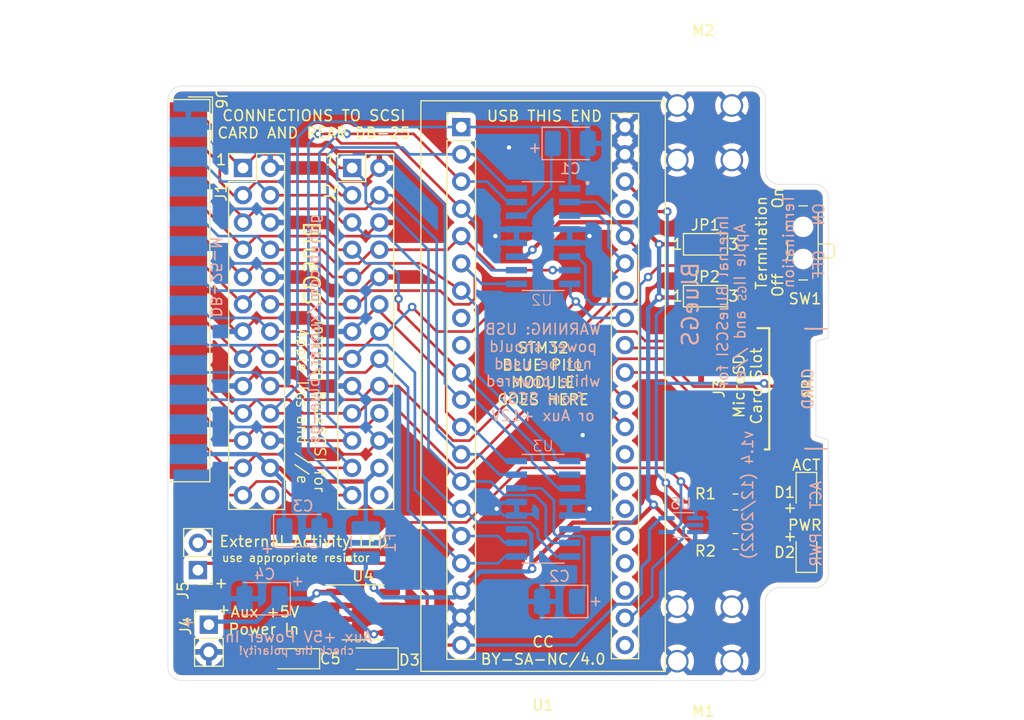
<source format=kicad_pcb>
(kicad_pcb (version 20211014) (generator pcbnew)
  (layers (0 "F.Cu" signal) (31 "B.Cu" signal) (34 "B.Paste" user) (35 "F.Paste" user) (36 "B.SilkS" user "B.Silkscreen") (37 "F.SilkS" user "F.Silkscreen") (38 "B.Mask" user) (39 "F.Mask" user) (44 "Edge.Cuts" user))
  (net 0 "")
  (net 12 "+5V")
  (net 13 "GND")
  (net 14 "/SCSI_DB4")
  (net 15 "/SCSI_DB2")
  (net 16 "/SCSI_DB1")
  (net 17 "/SCSI_DBP")
  (net 18 "/SCSI_SEL")
  (net 19 "/SCSI_ATN")
  (net 20 "/SCSI_C_D")
  (net 21 "/SCSI_DB7")
  (net 22 "/SCSI_DB6")
  (net 23 "/SCSI_DB5")
  (net 24 "/SCSI_DB3")
  (net 25 "/SCSI_DB0")
  (net 26 "/SCSI_BSY")
  (net 27 "/SCSI_ACK")
  (net 28 "/SCSI_RST")
  (net 29 "/SCSI_I_O")
  (net 30 "/SCSI_MSG")
  (net 31 "/SCSI_REQ")
  (net 32 "/SD_MISO")
  (net 33 "/SD_CSK")
  (net 34 "+3V3")
  (net 35 "/SD_MOSI")
  (net 36 "/SD_CS")
  (net 39 "Net-(D2-Pad2)")
  (net 40 "Net-(C1-Pad1)")
  (net 41 "Net-(C2-Pad1)")
  (net 42 "/TERM_DISC")
  (net 43 "Net-(D1-Pad1)")
  (net 44 "/DEBUG_RX")
  (net 45 "/DEBUG_TX")
  (net 46 "/+5V_AUX")
  (net 47 "Net-(C5-Pad1)")
  (net 48 "/TERM_EN")
  (net 49 "/TERM_DIS")
  (net 50 "/DISK_ACT")
  (net 51 "/SCSI_TERMPWR")
  (net 52 "Net-(D1-Pad2)")
  (footprint "my library:YAAJ_BluePill_2" (layer "F.Cu") (at 152.4 50.8)
    (fp_text reference "U1")
    (fp_text value "YAAJ_BluePill" hide)
  )
  (footprint "Button_Switch_SMD:SW_SPDT_PCM12" (layer "F.Cu") (at 183.896 61.595 90)
    (fp_text reference "SW1")
    (fp_text value "SW_SPDT")
  )
  (footprint "Resistor_SMD:R_0805_2012Metric_Pad1.20x1.40mm_HandSolder" (layer "F.Cu") (at 177.927 89.408 180)
    (fp_text reference "R2")
    (fp_text value "1K")
  )
  (footprint "LED_SMD:LED_0805_2012Metric_Pad1.15x1.40mm_HandSolder" (layer "F.Cu") (at 184.531 84.836 -90)
    (fp_text reference "D1")
    (fp_text value "LED")
  )
  (footprint "Jumper:SolderJumper-3_P1.3mm_Open_Pad1.0x1.5mm_NumberLabels" (layer "F.Cu") (at 175.133 66.548)
    (fp_text reference "JP2")
    (fp_text value "Jumper_3_Open")
  )
  (footprint "Jumper:SolderJumper-3_P1.3mm_Open_Pad1.0x1.5mm_NumberLabels" (layer "F.Cu") (at 175.133 61.722)
    (fp_text reference "JP1")
    (fp_text value "Jumper_3_Open")
  )
  (footprint "Resistor_SMD:R_0805_2012Metric_Pad1.20x1.40mm_HandSolder" (layer "F.Cu") (at 177.927 85.725)
    (fp_text reference "R1")
    (fp_text value "100")
  )
  (footprint "Connector_PinHeader_2.54mm:PinHeader_2x13_P2.54mm_Vertical" (layer "F.Cu") (at 132.08 54.61)
    (fp_text reference "J1")
    (fp_text value "Conn_02x13_Odd_Even")
  )
  (footprint "Connector_PinHeader_2.54mm:PinHeader_2x13_P2.54mm_Vertical" (layer "F.Cu") (at 142.24 54.61)
    (fp_text reference "J2")
    (fp_text value "Conn_02x13_Odd_Even")
  )
  (footprint "Connector_PinHeader_2.54mm:PinHeader_1x02_P2.54mm_Vertical" (layer "F.Cu") (at 128.905 97.155)
    (fp_text reference "J4")
    (fp_text value "Conn_01x02_Male")
  )
  (footprint "Connector_PinHeader_2.54mm:PinHeader_1x02_P2.54mm_Vertical" (layer "F.Cu") (at 127.889 92.075 180)
    (fp_text reference "J5")
    (fp_text value "Conn_01x02_Male")
  )
  (footprint "my library:keystone-7774" (layer "F.Cu") (at 180.771 100.561 180)
    (fp_text reference "M1")
    (fp_text value "Screw_Terminal_01x01")
  )
  (footprint "my library:keystone-7774" (layer "F.Cu") (at 180.771 53.871 180)
    (fp_text reference "M2")
    (fp_text value "Screw_Terminal_01x01")
  )
  (footprint "LED_SMD:LED_0805_2012Metric_Pad1.15x1.40mm_HandSolder" (layer "F.Cu") (at 184.531 90.424 90)
    (fp_text reference "D2")
    (fp_text value "LED")
  )
  (footprint "Molex 105162-0001:105162-0001" (layer "F.Cu") (at 174.625 75.184 90)
    (fp_text reference "J3")
    (fp_text value "105162-0001")
  )
  (footprint "Connector_Dsub:DSUB-25_Male_EdgeMount_P2.77mm" (layer "F.Cu") (at 127 66.04 -90)
    (fp_text reference "J6")
    (fp_text value "DB25_Male")
  )
  (footprint "Diode_SMD:D_SOD-123" (layer "F.Cu") (at 144.272 100.33 180)
    (fp_text reference "D3")
    (fp_text value "Zener 5.6v")
  )
  (footprint "Capacitor_Tantalum_SMD:CP_EIA-3216-10_Kemet-I" (layer "F.Cu") (at 136.906 100.33 180)
    (fp_text reference "C5")
    (fp_text value "0.1uF")
  )
  (footprint "Package_SO:SOIC-8_3.9x4.9mm_P1.27mm" (layer "F.Cu") (at 143.256 96.012)
    (fp_text reference "U4")
    (fp_text value "UCC3916")
  )
  (footprint "Capacitor_Tantalum_SMD:CP_EIA-3528-21_Kemet-B_Pad1.50x2.35mm_HandSolder" (layer "B.Cu") (at 162.56 52.324)
    (fp_text reference "C1")
    (fp_text value "2.2uF, 6.3v")
  )
  (footprint "my library:SOIC127P600X175-16N" (layer "B.Cu") (at 160.02 86.36 180)
    (fp_text reference "U3")
    (fp_text value "UC560x, UCC56xx")
  )
  (footprint "Capacitor_Tantalum_SMD:CP_EIA-3528-21_Kemet-B_Pad1.50x2.35mm_HandSolder" (layer "B.Cu") (at 137.567 88.392)
    (fp_text reference "C3")
    (fp_text value "4.7uF, 6.3v")
  )
  (footprint "Capacitor_Tantalum_SMD:CP_EIA-3528-21_Kemet-B_Pad1.50x2.35mm_HandSolder" (layer "B.Cu") (at 161.544 94.996 180)
    (fp_text reference "C2")
    (fp_text value "2.2uF, 6.3v")
  )
  (footprint "my library:SOIC127P600X175-16N" (layer "B.Cu") (at 160.02 60.96 180)
    (fp_text reference "U2")
    (fp_text value "UC560x, UCC56xx")
  )
  (footprint "Fuse:Fuse_1210_3225Metric" (layer "B.Cu") (at 143.51 89.535 90)
    (fp_text reference "F1")
    (fp_text value "Fuse")
  )
  (footprint "Package_TO_SOT_SMD:SOT-353_SC-70-5_Handsoldering" (layer "B.Cu") (at 172.847 87.884 180)
    (fp_text reference "U5")
    (fp_text value "NL17SZ07DFT2G")
  )
  (footprint "Capacitor_Tantalum_SMD:CP_EIA-3528-21_Kemet-B_Pad1.50x2.35mm_HandSolder" (layer "B.Cu") (at 133.858 94.742 180)
    (fp_text reference "C4")
    (fp_text value "1uF")
  )
  (gr_line (start 184.404 69.596) (end 186.436 69.596) (layer "B.SilkS") (width 0.15))
  (gr_line (start 184.404 80.772) (end 186.436 80.772) (layer "B.SilkS") (width 0.15))
  (gr_line (start 184.404 80.772) (end 186.436 80.772) (layer "F.SilkS") (width 0.15))
  (gr_line (start 184.404 69.596) (end 186.436 69.596) (layer "F.SilkS") (width 0.15))
  (gr_line (start 186.563 79.9465) (end 186.563 92.456) (layer "Edge.Cuts") (width 0.05))
  (gr_line (start 125.095 101.092) (end 125.095 48.26) (layer "Edge.Cuts") (width 0.05))
  (gr_line (start 181.991 56.134) (end 185.293 56.134) (layer "Edge.Cuts") (width 0.05))
  (gr_line (start 180.721 94.996) (end 180.721 101.092) (layer "Edge.Cuts") (width 0.05))
  (gr_arc (start 185.293 56.134) (mid 186.191026 56.505974) (end 186.563 57.404) (layer "Edge.Cuts") (width 0.05))
  (gr_arc (start 186.563 92.456) (mid 186.191026 93.354026) (end 185.293 93.726) (layer "Edge.Cuts") (width 0.05))
  (gr_arc (start 181.991 56.134) (mid 181.092974 55.762026) (end 180.721 54.864) (layer "Edge.Cuts") (width 0.05))
  (gr_line (start 180.721 48.26) (end 180.721 54.864) (layer "Edge.Cuts") (width 0.05))
  (gr_arc (start 180.721 94.996) (mid 181.092974 94.097974) (end 181.991 93.726) (layer "Edge.Cuts") (width 0.05))
  (gr_line (start 181.991 93.726) (end 185.293 93.726) (layer "Edge.Cuts") (width 0.05))
  (gr_line (start 126.365 46.99) (end 179.451 46.99) (layer "Edge.Cuts") (width 0.05))
  (gr_line (start 179.451 102.362) (end 126.365 102.362) (layer "Edge.Cuts") (width 0.05))
  (gr_arc (start 126.365 102.362) (mid 125.466974 101.990026) (end 125.095 101.092) (layer "Edge.Cuts") (width 0.05))
  (gr_line (start 185.42 70.7644) (end 185.42 79.5655) (layer "Edge.Cuts") (width 0.05))
  (gr_arc (start 180.721 101.092) (mid 180.349026 101.990026) (end 179.451 102.362) (layer "Edge.Cuts") (width 0.05))
  (gr_arc (start 125.095 48.26) (mid 125.466974 47.361974) (end 126.365 46.99) (layer "Edge.Cuts") (width 0.05))
  (gr_line (start 186.563 57.404) (end 186.563 70.4596) (layer "Edge.Cuts") (width 0.05))
  (gr_line (start 185.42 70.7644) (end 186.563 70.4596) (layer "Edge.Cuts") (width 0.05))
  (gr_arc (start 179.451 46.99) (mid 180.349026 47.361974) (end 180.721 48.26) (layer "Edge.Cuts") (width 0.05))
  (gr_line (start 186.563 79.9465) (end 185.42 79.5655) (layer "Edge.Cuts") (width 0.05))
  (gr_text "ACT" (at 185.42 85.09 90) (layer "B.SilkS") (effects (font (size 1 1)) (justify mirror)))
  (gr_text "PWR" (at 185.42 90.17 90) (layer "B.SilkS") (effects (font (size 1 1)) (justify mirror)))
  (gr_text "ON   OFF" (at 185.674 61.468 90) (layer "B.SilkS") (effects (font (size 1 1)) (justify mirror)))
  (gr_text "github.com/xunker/blue-gs" (at 138.684 69.596 90) (layer "B.SilkS") (effects (font (size 1 1)) (justify mirror)))
  (gr_text "Internal BlueSCSI for\nApple II   and //e" (at 177.546 67.056 90) (layer "B.SilkS") (effects (font (size 1 1)) (justify mirror)))
  (gr_text "+" (at 134.366 90.17 -180) (layer "B.SilkS") (effects (font (size 1 1)) (justify mirror)))
  (gr_text "CARD" (at 184.658 75.184 90) (layer "B.SilkS") (effects (font (size 1 1)) (justify mirror)))
  (gr_text "Termination" (at 182.88 61.468 90) (layer "B.SilkS") (effects (font (size 1 1)) (justify mirror)))
  (gr_text "+" (at 137.16 93.218 -180) (layer "B.SilkS") (effects (font (size 1 1)) (justify mirror)))
  (gr_text "BlueGS" (at 173.736 67.31 90) (layer "B.SilkS") (effects (font (size 1.5 1.5) (thickness 0.2)) (justify mirror)))
  (gr_text "check the polarity!" (at 142.494 99.568) (layer "B.SilkS") (effects (font (size 0.75 0.75) (thickness 0.125)) (justify left mirror)))
  (gr_text "Aux +5V Power In" (at 130.302 98.298) (layer "B.SilkS") (effects (font (size 1 1)) (justify right mirror)))
  (gr_text "DB-25-M" (at 129.54 64.77 270) (layer "B.SilkS") (effects (font (size 1 1)) (justify mirror)))
  (gr_text "+" (at 159.258 52.705) (layer "B.SilkS") (effects (font (size 1 1)) (justify mirror)))
  (gr_text "+" (at 164.846 94.996 90) (layer "B.SilkS") (effects (font (size 1 1)) (justify mirror)))
  (gr_text "+" (at 127 97.028 -180) (layer "B.SilkS") (effects (font (size 1 1)) (justify mirror)))
  (gr_text "GS" (at 178.562 66.294 -270) (layer "B.SilkS") (effects (font (size 0.75 0.75) (thickness 0.125)) (justify mirror)))
  (gr_text "WARNING: USB\npower should\nnot be used\nwhile powered\nfrom SCSI\nor Aux +12V" (at 160.02 73.66) (layer "B.SilkS") (effects (font (size 1 1)) (justify mirror)))
  (gr_text "v1.4 (12/2022)" (at 179.07 85.09 90) (layer "B.SilkS") (effects (font (size 1 1)) (justify mirror)))
  (gr_text "Aux +5V\nPower In" (at 137.414 96.774) (layer "F.SilkS") (effects (font (size 1 1)) (justify right)))
  (gr_text "BlueGS" (at 138.43 63.5 270) (layer "F.SilkS") (effects (font (size 1.5 1.5) (thickness 0.2))))
  (gr_text "+" (at 130.048 93.405 180) (layer "F.SilkS") (effects (font (size 1 1))))
  (gr_text "Internal BlueSCSI for\nApple II   and //e\n" (at 138.43 76.835 270) (layer "F.SilkS") (effects (font (size 1 1) (thickness 0.125))))
  (gr_text "PWR" (at 186.055 87.884) (layer "F.SilkS") (effects (font (size 1 1)) (justify right)))
  (gr_text "External Activity LED" (at 129.794 89.408) (layer "F.SilkS") (effects (font (size 1 1)) (justify left)))
  (gr_text "+" (at 183.007 88.9) (layer "F.SilkS") (effects (font (size 1 1))))
  (gr_text "MicroSD\nCard Slot" (at 179.07 74.93 90) (layer "F.SilkS") (effects (font (size 1 1))))
  (gr_text "CARD" (at 184.658 75.184 90) (layer "F.SilkS") (effects (font (size 1 1))))
  (gr_text "CONNECTIONS TO SCSI\nCARD AND REAR DB-25" (at 138.684 50.546) (layer "F.SilkS") (effects (font (size 1 1))))
  (gr_text "On" (at 181.864 57.404 90) (layer "F.SilkS") (effects (font (size 1 1))))
  (gr_text "Termination" (at 180.34 61.595 90) (layer "F.SilkS") (effects (font (size 1 1))))
  (gr_text "STM32\nBLUE PILL\nMODULE\nGOES HERE" (at 160.02 73.787) (layer "F.SilkS") (effects (font (size 1 1))))
  (gr_text "USB THIS END" (at 160.147 49.784) (layer "F.SilkS") (effects (font (size 1 1))))
  (gr_text "CC\nBY-SA-NC/4.0" (at 160.02 99.568) (layer "F.SilkS") (effects (font (size 1 1))))
  (gr_text "use appropriate resistor" (at 130.048 90.932) (layer "F.SilkS") (effects (font (size 0.75 0.75) (thickness 0.125)) (justify left)))
  (gr_text "+" (at 130.302 95.885 180) (layer "F.SilkS") (effects (font (size 1 1))))
  (gr_text "+" (at 183.007 86.233) (layer "F.SilkS") (effects (font (size 1 1))))
  (gr_text "1" (at 130.048 53.848) (layer "F.SilkS") (effects (font (size 1 1))))
  (gr_text "GS" (at 137.414 76.2 270) (layer "F.SilkS") (effects (font (size 0.75 0.75) (thickness 0.125))))
  (gr_text "ACT" (at 185.928 82.296) (layer "F.SilkS") (effects (font (size 1 1)) (justify right)))
  (gr_text "1" (at 140.208 53.848) (layer "F.SilkS") (effects (font (size 1 1))))
  (gr_text "Off" (at 181.864 65.532 90) (layer "F.SilkS") (effects (font (size 1 1))))
  (segment (start 162.793511 87.650489) (end 168.635511 87.650489) (width 0.4) (layer "F.Cu") (net 12))
  (segment (start 173.736 89.408) (end 170.307 85.979) (width 0.4) (layer "F.Cu") (net 12))
  (segment (start 159.02532 62.233641) (end 161.58796 59.671001) (width 0.4) (layer "F.Cu") (net 12))
  (segment (start 144.653 94.107) (end 145.731 94.107) (width 0.4) (layer "F.Cu") (net 12))
  (segment (start 176.927 89.408) (end 173.736 89.408) (width 0.4) (layer "F.Cu") (net 12))
  (segment (start 161.58796 59.671001) (end 168.764001 59.671001) (width 0.4) (layer "F.Cu") (net 12))
  (segment (start 168.635511 87.650489) (end 170.307 85.979) (width 0.4) (layer "F.Cu") (net 12))
  (segment (start 159.004 91.44) (end 162.793511 87.650489) (width 0.4) (layer "F.Cu") (net 12))
  (segment (start 168.764001 59.671001) (end 170.815 61.722) (width 0.4) (layer "F.Cu") (net 12))
  (segment (start 144.272 93.726) (end 144.653 94.107) (width 0.4) (layer "F.Cu") (net 12))
  (segment (start 173.579 66.675) (end 170.814998 66.675) (width 0.4) (layer "F.Cu") (net 12))
  (segment (start 173.833 61.722) (end 170.815 61.722) (width 0.4) (layer "F.Cu") (net 12))
  (segment (start 159.004 91.948) (end 159.004 91.44) (width 0.4) (layer "F.Cu") (net 12))
  (segment (start 173.833 66.421) (end 173.579 66.675) (width 0.4) (layer "F.Cu") (net 12))
  (via (at 144.272 93.726) (size 0.8) (drill 0.4) (layers "F.Cu" "B.Cu") (net 12))
  (via (at 170.815 61.722) (size 0.8) (drill 0.4) (layers "F.Cu" "B.Cu") (net 12))
  (via (at 170.307 85.979) (size 0.8) (drill 0.4) (layers "F.Cu" "B.Cu") (net 12))
  (via (at 159.02532 62.233641) (size 0.8) (drill 0.4) (layers "F.Cu" "B.Cu") (net 12))
  (via (at 159.004 91.948) (size 0.8) (drill 0.4) (layers "F.Cu" "B.Cu") (net 12))
  (via (at 170.814998 66.675) (size 0.8) (drill 0.4) (layers "F.Cu" "B.Cu") (net 12))
  (segment (start 158.4265 88.265) (end 157.545 88.265) (width 0.4) (layer "B.Cu") (net 12))
  (segment (start 159.004 91.948) (end 158.929511 91.873511) (width 0.4) (layer "B.Cu") (net 12))
  (segment (start 157.545 62.865) (end 158.393961 62.865) (width 0.4) (layer "B.Cu") (net 12))
  (segment (start 154.178 92.202) (end 152.4 93.98) (width 0.4) (layer "B.Cu") (net 12))
  (segment (start 144.272 93.726) (end 145.161 94.615) (width 0.4) (layer "B.Cu") (net 12))
  (segment (start 151.765 94.615) (end 152.4 93.98) (width 0.4) (layer "B.Cu") (net 12))
  (segment (start 143.51 92.964) (end 143.51 90.935) (width 0.4) (layer "B.Cu") (net 12))
  (segment (start 144.272 93.726) (end 143.51 92.964) (width 0.4) (layer "B.Cu") (net 12))
  (segment (start 169.799 85.471) (end 170.307 85.979) (width 0.4) (layer "B.Cu") (net 12))
  (segment (start 158.393961 62.865) (end 159.02532 62.233641) (width 0.4) (layer "B.Cu") (net 12))
  (segment (start 158.929511 88.768011) (end 158.4265 88.265) (width 0.4) (layer "B.Cu") (net 12))
  (segment (start 170.814998 61.722002) (end 170.815 61.722) (width 0.4) (layer "B.Cu") (net 12))
  (segment (start 158.929511 91.873511) (end 158.929511 88.768011) (width 0.4) (layer "B.Cu") (net 12))
  (segment (start 158.75 92.202) (end 154.178 92.202) (width 0.4) (layer "B.Cu") (net 12))
  (segment (start 145.161 94.615) (end 151.765 94.615) (width 0.4) (layer "B.Cu") (net 12))
  (segment (start 169.799 67.690998) (end 169.799 85.471) (width 0.4) (layer "B.Cu") (net 12))
  (segment (start 170.814998 66.675) (end 170.814998 61.722002) (width 0.4) (layer "B.Cu") (net 12))
  (segment (start 170.814998 66.675) (end 169.799 67.690998) (width 0.4) (layer "B.Cu") (net 12))
  (segment (start 159.004 91.948) (end 158.75 92.202) (width 0.4) (layer "B.Cu") (net 12))
  (segment (start 134.62 64.77) (end 138.938 64.77) (width 0.25) (layer "F.Cu") (net 13))
  (segment (start 143.002 66.04) (end 144.272 64.77) (width 0.25) (layer "F.Cu") (net 13))
  (segment (start 138.938 64.77) (end 140.208 66.04) (width 0.25) (layer "F.Cu") (net 13))
  (segment (start 140.208 66.04) (end 143.002 66.04) (width 0.25) (layer "F.Cu") (net 13))
  (segment (start 144.272 64.77) (end 144.78 64.77) (width 0.25) (layer "F.Cu") (net 13))
  (segment (start 134.62 54.61) (end 139.954 54.61) (width 0.25) (layer "F.Cu") (net 13))
  (segment (start 139.954 54.61) (end 141.224 55.88) (width 0.25) (layer "F.Cu") (net 13))
  (segment (start 141.224 55.88) (end 143.51 55.88) (width 0.25) (layer "F.Cu") (net 13))
  (segment (start 143.51 55.88) (end 144.78 54.61) (width 0.25) (layer "F.Cu") (net 13))
  (segment (start 132.08 69.85) (end 133.35 68.58) (width 0.25) (layer "F.Cu") (net 13))
  (segment (start 138.176 68.58) (end 139.446 69.85) (width 0.25) (layer "F.Cu") (net 13))
  (segment (start 133.35 68.58) (end 138.176 68.58) (width 0.25) (layer "F.Cu") (net 13))
  (segment (start 139.446 69.85) (end 142.24 69.85) (width 0.25) (layer "F.Cu") (net 13))
  (segment (start 142.24 74.93) (end 138.176 74.93) (width 0.25) (layer "F.Cu") (net 13))
  (segment (start 138.176 74.93) (end 136.906 73.66) (width 0.25) (layer "F.Cu") (net 13))
  (segment (start 136.906 73.66) (end 133.35 73.66) (width 0.25) (layer "F.Cu") (net 13))
  (segment (start 133.35 73.66) (end 132.08 74.93) (width 0.25) (layer "F.Cu") (net 13))
  (segment (start 134.62 80.01) (end 135.636 80.01) (width 0.25) (layer "F.Cu") (net 13))
  (segment (start 135.636 80.01) (end 136.906 81.28) (width 0.25) (layer "F.Cu") (net 13))
  (segment (start 136.906 81.28) (end 143.51 81.28) (width 0.25) (layer "F.Cu") (net 13))
  (segment (start 143.51 81.28) (end 144.78 80.01) (width 0.25) (layer "F.Cu") (net 13))
  (segment (start 134.62 59.69) (end 139.954 59.69) (width 0.25) (layer "F.Cu") (net 13))
  (segment (start 141.224 60.96) (end 143.51 60.96) (width 0.25) (layer "F.Cu") (net 13))
  (segment (start 139.954 59.69) (end 141.224 60.96) (width 0.25) (layer "F.Cu") (net 13))
  (segment (start 143.51 60.96) (end 144.78 59.69) (width 0.25) (layer "F.Cu") (net 13))
  (segment (start 131.445 69.85) (end 130.175 68.58) (width 0.25) (layer "F.Cu") (net 13))
  (segment (start 130.175 68.58) (end 130.175 67.31) (width 0.25) (layer "F.Cu") (net 13))
  (segment (start 130.175 67.31) (end 128.905 66.04) (width 0.25) (layer "F.Cu") (net 13))
  (segment (start 132.08 69.85) (end 131.445 69.85) (width 0.25) (layer "F.Cu") (net 13))
  (segment (start 128.905 66.04) (end 127 66.04) (width 0.25) (layer "F.Cu") (net 13))
  (via (at 164.338 86.36) (size 0.8) (drill 0.4) (layers "F.Cu" "B.Cu") (net 13))
  (via (at 156.845 52.705) (size 0.8) (drill 0.4) (layers "F.Cu" "B.Cu") (net 13))
  (via (at 164.338 60.96) (size 0.8) (drill 0.4) (layers "F.Cu" "B.Cu") (net 13))
  (via (at 155.575 60.96) (size 0.8) (drill 0.4) (layers "F.Cu" "B.Cu") (net 13))
  (via (at 155.702 86.36) (size 0.8) (drill 0.4) (layers "F.Cu" "B.Cu") (net 13))
  (via (at 163.703 79.502) (size 0.8) (drill 0.4) (layers "F.Cu" "B.Cu") (net 13))
  (segment (start 142.24 74.93) (end 143.51 76.2) (width 0.25) (layer "B.Cu") (net 13))
  (segment (start 143.51 76.2) (end 143.51 78.74) (width 0.25) (layer "B.Cu") (net 13))
  (segment (start 143.51 78.74) (end 144.78 80.01) (width 0.25) (layer "B.Cu") (net 13))
  (segment (start 144.78 64.77) (end 143.51 66.04) (width 0.25) (layer "B.Cu") (net 13))
  (segment (start 143.51 66.04) (end 143.51 68.58) (width 0.25) (layer "B.Cu") (net 13))
  (segment (start 134.62 80.01) (end 133.35 78.74) (width 0.25) (layer "B.Cu") (net 13))
  (segment (start 143.51 68.58) (end 143.4465 68.6435) (width 0.25) (layer "B.Cu") (net 13))
  (segment (start 157.545 60.325) (end 162.495 60.325) (width 0.25) (layer "B.Cu") (net 13))
  (segment (start 130.175 78.74) (end 129.94 78.505) (width 0.25) (layer "B.Cu") (net 13))
  (segment (start 129.54 62.23) (end 127.345 62.23) (width 0.25) (layer "B.Cu") (net 13))
  (segment (start 127.345 62.23) (end 127 61.885) (width 0.25) (layer "B.Cu") (net 13))
  (segment (start 130.175 58.42) (end 130.175 57.15) (width 0.25) (layer "B.Cu") (net 13))
  (segment (start 134.62 59.69) (end 133.35 58.42) (width 0.25) (layer "B.Cu") (net 13))
  (segment (start 156.337 85.725) (end 157.545 85.725) (width 0.25) (layer "B.Cu") (net 13))
  (segment (start 156.337 86.995) (end 157.545 86.995) (width 0.25) (layer "B.Cu") (net 13))
  (segment (start 143.4465 68.6435) (end 142.24 69.85) (width 0.25) (layer "B.Cu") (net 13))
  (segment (start 133.35 78.74) (end 130.175 78.74) (width 0.25) (layer "B.Cu") (net 13))
  (segment (start 134.62 64.77) (end 133.35 63.5) (width 0.25) (layer "B.Cu") (net 13))
  (segment (start 130.175 57.15) (end 129.37 56.345) (width 0.25) (layer "B.Cu") (net 13))
  (segment (start 157.545 85.725) (end 157.545 86.995) (width 0.25) (layer "B.Cu") (net 13))
  (segment (start 155.702 86.36) (end 156.337 85.725) (width 0.25) (layer "B.Cu") (net 13))
  (segment (start 129.37 56.345) (end 127 56.345) (width 0.25) (layer "B.Cu") (net 13))
  (segment (start 130.81 63.5) (end 129.54 62.23) (width 0.25) (layer "B.Cu") (net 13))
  (segment (start 174.197 93.745) (end 172.461 95.481) (width 0.25) (layer "B.Cu") (net 13))
  (segment (start 133.35 63.5) (end 130.81 63.5) (width 0.25) (layer "B.Cu") (net 13))
  (segment (start 129.94 78.505) (end 127 78.505) (width 0.25) (layer "B.Cu") (net 13))
  (segment (start 133.35 58.42) (end 130.175 58.42) (width 0.25) (layer "B.Cu") (net 13))
  (segment (start 174.197 88.58) (end 174.197 93.745) (width 0.25) (layer "B.Cu") (net 13))
  (segment (start 155.702 86.36) (end 156.337 86.995) (width 0.25) (layer "B.Cu") (net 13))
  (segment (start 134.62 77.47) (end 136.144 77.47) (width 0.25) (layer "F.Cu") (net 14))
  (segment (start 136.144 77.47) (end 137.414 78.74) (width 0.25) (layer "F.Cu") (net 14))
  (segment (start 137.414 78.74) (end 143.51 78.74) (width 0.25) (layer "F.Cu") (net 14))
  (segment (start 143.51 78.74) (end 144.78 77.47) (width 0.25) (layer "F.Cu") (net 14))
  (segment (start 142.77975 50.8) (end 152.4 50.8) (width 0.25) (layer "B.Cu") (net 14))
  (segment (start 127.465 76.2) (end 133.35 76.2) (width 0.25) (layer "B.Cu") (net 14))
  (segment (start 134.62 77.47) (end 137.16 74.93) (width 0.25) (layer "B.Cu") (net 14))
  (segment (start 152.4 50.8) (end 162.052 50.8) (width 0.25) (layer "B.Cu") (net 14))
  (segment (start 138.626998 50.292) (end 142.27175 50.292) (width 0.25) (layer "B.Cu") (net 14))
  (segment (start 162.495 51.243) (end 162.495 56.515) (width 0.25) (layer "B.Cu") (net 14))
  (segment (start 137.16 74.93) (end 137.16 51.758998) (width 0.25) (layer "B.Cu") (net 14))
  (segment (start 127 75.735) (end 127.465 76.2) (width 0.25) (layer "B.Cu") (net 14))
  (segment (start 162.052 50.8) (end 162.495 51.243) (width 0.25) (layer "B.Cu") (net 14))
  (segment (start 133.35 76.2) (end 134.62 77.47) (width 0.25) (layer "B.Cu") (net 14))
  (segment (start 137.16 51.758998) (end 138.626998 50.292) (width 0.25) (layer "B.Cu") (net 14))
  (segment (start 142.27175 50.292) (end 142.77975 50.8) (width 0.25) (layer "B.Cu") (net 14))
  (segment (start 136.62025 74.93) (end 137.89025 76.2) (width 0.25) (layer "F.Cu") (net 15))
  (segment (start 144.272 74.93) (end 144.78 74.93) (width 0.25) (layer "F.Cu") (net 15))
  (segment (start 137.89025 76.2) (end 143.002 76.2) (width 0.25) (layer "F.Cu") (net 15))
  (segment (start 134.62 74.93) (end 136.62025 74.93) (width 0.25) (layer "F.Cu") (net 15))
  (segment (start 143.002 76.2) (end 144.272 74.93) (width 0.25) (layer "F.Cu") (net 15))
  (segment (start 166.116 67.056) (end 166.116 65.024) (width 0.25) (layer "F.Cu") (net 15))
  (segment (start 151.638 80.01) (end 153.162 80.01) (width 0.25) (layer "F.Cu") (net 15))
  (segment (start 144.78 74.93) (end 146.558 74.93) (width 0.25) (layer "F.Cu") (net 15))
  (segment (start 166.116 65.024) (end 167.64 63.5) (width 0.25) (layer "F.Cu") (net 15))
  (segment (start 146.558 74.93) (end 151.638 80.01) (width 0.25) (layer "F.Cu") (net 15))
  (segment (start 153.162 80.01) (end 166.116 67.056) (width 0.25) (layer "F.Cu") (net 15))
  (segment (start 166.116 59.944) (end 166.116 61.976) (width 0.25) (layer "B.Cu") (net 15))
  (segment (start 127 72.965) (end 127.695 73.66) (width 0.25) (layer "B.Cu") (net 15))
  (segment (start 162.495 59.055) (end 165.227 59.055) (width 0.25) (layer "B.Cu") (net 15))
  (segment (start 133.35 73.66) (end 134.62 74.93) (width 0.25) (layer "B.Cu") (net 15))
  (segment (start 165.227 59.055) (end 166.116 59.944) (width 0.25) (layer "B.Cu") (net 15))
  (segment (start 166.116 61.976) (end 167.64 63.5) (width 0.25) (layer "B.Cu") (net 15))
  (segment (start 127.695 73.66) (end 133.35 73.66) (width 0.25) (layer "B.Cu") (net 15))
  (segment (start 137.16 72.39) (end 138.43 73.66) (width 0.25) (layer "F.Cu") (net 16))
  (segment (start 138.43 73.66) (end 143.51 73.66) (width 0.25) (layer "F.Cu") (net 16))
  (segment (start 134.62 72.39) (end 137.16 72.39) (width 0.25) (layer "F.Cu") (net 16))
  (segment (start 143.51 73.66) (end 144.78 72.39) (width 0.25) (layer "F.Cu") (net 16))
  (segment (start 144.78 72.39) (end 147.447 75.057) (width 0.25) (layer "B.Cu") (net 16))
  (segment (start 156.464 90.805) (end 157.545 90.805) (width 0.25) (layer "B.Cu") (net 16))
  (segment (start 147.447 86.487) (end 152.4 91.44) (width 0.25) (layer "B.Cu") (net 16))
  (segment (start 152.4 91.44) (end 155.829 91.44) (width 0.25) (layer "B.Cu") (net 16))
  (segment (start 128.778 71.12) (end 133.35 71.12) (width 0.25) (layer "B.Cu") (net 16))
  (segment (start 147.447 75.057) (end 147.447 86.487) (width 0.25) (layer "B.Cu") (net 16))
  (segment (start 133.35 71.12) (end 134.62 72.39) (width 0.25) (layer "B.Cu") (net 16))
  (segment (start 127 70.195) (end 127.853 70.195) (width 0.25) (layer "B.Cu") (net 16))
  (segment (start 127.853 70.195) (end 128.778 71.12) (width 0.25) (layer "B.Cu") (net 16))
  (segment (start 155.829 91.44) (end 156.464 90.805) (width 0.25) (layer "B.Cu") (net 16))
  (segment (start 143.51 71.12) (end 144.78 69.85) (width 0.25) (layer "F.Cu") (net 17))
  (segment (start 134.62 69.85) (end 137.922 69.85) (width 0.25) (layer "F.Cu") (net 17))
  (segment (start 137.922 69.85) (end 139.192 71.12) (width 0.25) (layer "F.Cu") (net 17))
  (segment (start 139.192 71.12) (end 143.51 71.12) (width 0.25) (layer "F.Cu") (net 17))
  (segment (start 155.448 67.818) (end 153.416 69.85) (width 0.25) (layer "F.Cu") (net 17))
  (segment (start 153.416 69.85) (end 150.114 69.85) (width 0.25) (layer "F.Cu") (net 17))
  (segment (start 162.306 67.818) (end 155.448 67.818) (width 0.25) (layer "F.Cu") (net 17))
  (segment (start 150.114 69.85) (end 147.828 67.564) (width 0.25) (layer "F.Cu") (net 17))
  (segment (start 163.068 67.056) (end 162.306 67.818) (width 0.25) (layer "F.Cu") (net 17))
  (via (at 163.068 67.056) (size 0.8) (drill 0.4) (layers "F.Cu" "B.Cu") (net 17))
  (via (at 147.828 67.564) (size 0.8) (drill 0.4) (layers "F.Cu" "B.Cu") (net 17))
  (segment (start 129.038 68.58) (end 133.35 68.58) (width 0.25) (layer "B.Cu") (net 17))
  (segment (start 147.828 67.564) (end 145.542 69.85) (width 0.25) (layer "B.Cu") (net 17))
  (segment (start 127.883 67.425) (end 129.038 68.58) (width 0.25) (layer "B.Cu") (net 17))
  (segment (start 163.068 67.056) (end 164.592 68.58) (width 0.25) (layer "B.Cu") (net 17))
  (segment (start 145.542 69.85) (end 144.78 69.85) (width 0.25) (layer "B.Cu") (net 17))
  (segment (start 163.068 67.056) (end 162.56 66.548) (width 0.25) (layer "B.Cu") (net 17))
  (segment (start 127 67.425) (end 127.883 67.425) (width 0.25) (layer "B.Cu") (net 17))
  (segment (start 133.35 68.58) (end 134.62 69.85) (width 0.25) (layer "B.Cu") (net 17))
  (segment (start 164.592 68.58) (end 167.64 68.58) (width 0.25) (layer "B.Cu") (net 17))
  (segment (start 162.56 66.548) (end 162.56 65.532) (width 0.25) (layer "B.Cu") (net 17))
  (segment (start 134.62 67.31) (end 138.43 67.31) (width 0.25) (layer "F.Cu") (net 18))
  (segment (start 138.43 67.31) (end 139.7 68.58) (width 0.25) (layer "F.Cu") (net 18))
  (segment (start 139.7 68.58) (end 143.51 68.58) (width 0.25) (layer "F.Cu") (net 18))
  (segment (start 143.51 68.58) (end 144.78 67.31) (width 0.25) (layer "F.Cu") (net 18))
  (segment (start 151.003 74.168) (end 151.003 77.343) (width 0.25) (layer "F.Cu") (net 18))
  (segment (start 144.78 67.31) (end 144.78 67.945) (width 0.25) (layer "F.Cu") (net 18))
  (segment (start 151.003 77.343) (end 152.4 78.74) (width 0.25) (layer "F.Cu") (net 18))
  (segment (start 144.78 67.945) (end 151.003 74.168) (width 0.25) (layer "F.Cu") (net 18))
  (segment (start 153.385 78.74) (end 156.56 81.915) (width 0.25) (layer "B.Cu") (net 18))
  (segment (start 156.56 81.915) (end 157.545 81.915) (width 0.25) (layer "B.Cu") (net 18))
  (segment (start 127.901 64.655) (end 129.286 66.04) (width 0.25) (layer "B.Cu") (net 18))
  (segment (start 133.35 66.04) (end 134.62 67.31) (width 0.25) (layer "B.Cu") (net 18))
  (segment (start 129.286 66.04) (end 133.35 66.04) (width 0.25) (layer "B.Cu") (net 18))
  (segment (start 152.4 78.74) (end 153.385 78.74) (width 0.25) (layer "B.Cu") (net 18))
  (segment (start 127 64.655) (end 127.901 64.655) (width 0.25) (layer "B.Cu") (net 18))
  (segment (start 144.14359 62.23) (end 144.78 62.23) (width 0.25) (layer "F.Cu") (net 19))
  (segment (start 140.716 63.5) (end 142.87359 63.5) (width 0.25) (layer "F.Cu") (net 19))
  (segment (start 134.62 62.23) (end 139.446 62.23) (width 0.25) (layer "F.Cu") (net 19))
  (segment (start 139.446 62.23) (end 140.716 63.5) (width 0.25) (layer "F.Cu") (net 19))
  (segment (start 142.87359 63.5) (end 144.14359 62.23) (width 0.25) (layer "F.Cu") (net 19))
  (segment (start 144.78 62.23) (end 151.13 62.23) (width 0.25) (layer "F.Cu") (net 19))
  (segment (start 152.4 60.96) (end 155.575 64.135) (width 0.25) (layer "F.Cu") (net 19))
  (segment (start 155.575 64.135) (end 160.909 64.135) (width 0.25) (layer "F.Cu") (net 19))
  (segment (start 151.13 62.23) (end 152.4 60.96) (width 0.25) (layer "F.Cu") (net 19))
  (via (at 160.909 64.135) (size 0.8) (drill 0.4) (layers "F.Cu" "B.Cu") (net 19))
  (segment (start 162.495 64.135) (end 160.909 64.135) (width 0.25) (layer "B.Cu") (net 19))
  (segment (start 133.35 60.96) (end 134.62 62.23) (width 0.25) (layer "B.Cu") (net 19))
  (segment (start 127 59.115) (end 127.949 59.115) (width 0.25) (layer "B.Cu") (net 19))
  (segment (start 127.949 59.115) (end 129.794 60.96) (width 0.25) (layer "B.Cu") (net 19))
  (segment (start 129.794 60.96) (end 133.35 60.96) (width 0.25) (layer "B.Cu") (net 19))
  (segment (start 134.62 57.15) (end 139.954 57.15) (width 0.25) (layer "F.Cu") (net 20))
  (segment (start 139.954 57.15) (end 141.224 58.42) (width 0.25) (layer "F.Cu") (net 20))
  (segment (start 141.224 58.42) (end 143.51 58.42) (width 0.25) (layer "F.Cu") (net 20))
  (segment (start 143.51 58.42) (end 144.78 57.15) (width 0.25) (layer "F.Cu") (net 20))
  (segment (start 133.35 55.88) (end 134.62 57.15) (width 0.25) (layer "B.Cu") (net 20))
  (segment (start 145.923 57.15) (end 150.114 61.341) (width 0.25) (layer "B.Cu") (net 20))
  (segment (start 154.051 81.28) (end 155.956 83.185) (width 0.25) (layer "B.Cu") (net 20))
  (segment (start 127.816666 53.575) (end 130.121666 55.88) (width 0.25) (layer "B.Cu") (net 20))
  (segment (start 155.956 83.185) (end 157.545 83.185) (width 0.25) (layer "B.Cu") (net 20))
  (segment (start 130.121666 55.88) (end 133.35 55.88) (width 0.25) (layer "B.Cu") (net 20))
  (segment (start 144.78 57.15) (end 145.923 57.15) (width 0.25) (layer "B.Cu") (net 20))
  (segment (start 150.114 61.341) (end 150.114 78.994) (width 0.25) (layer "B.Cu") (net 20))
  (segment (start 152.4 81.28) (end 154.051 81.28) (width 0.25) (layer "B.Cu") (net 20))
  (segment (start 127 53.575) (end 127.816666 53.575) (width 0.25) (layer "B.Cu") (net 20))
  (segment (start 150.114 78.994) (end 152.4 81.28) (width 0.25) (layer "B.Cu") (net 20))
  (segment (start 136.525 85.09) (end 142.24 85.09) (width 0.25) (layer "F.Cu") (net 21))
  (segment (start 132.08 85.09) (end 133.35 83.82) (width 0.25) (layer "F.Cu") (net 21))
  (segment (start 146.304 52.324) (end 152.4 58.42) (width 0.25) (layer "F.Cu") (net 21))
  (segment (start 140.335 51.435) (end 141.224 52.324) (width 0.25) (layer "F.Cu") (net 21))
  (segment (start 130.175 85.09) (end 132.08 85.09) (width 0.25) (layer "F.Cu") (net 21))
  (segment (start 135.255 83.82) (end 136.525 85.09) (width 0.25) (layer "F.Cu") (net 21))
  (segment (start 127 82.66) (end 127.745 82.66) (width 0.25) (layer "F.Cu") (net 21))
  (segment (start 133.35 83.82) (end 135.255 83.82) (width 0.25) (layer "F.Cu") (net 21))
  (segment (start 141.224 52.324) (end 146.304 52.324) (width 0.25) (layer "F.Cu") (net 21))
  (segment (start 139.065 51.435) (end 140.335 51.435) (width 0.25) (layer "F.Cu") (net 21))
  (segment (start 127.745 82.66) (end 130.175 85.09) (width 0.25) (layer "F.Cu") (net 21))
  (via (at 139.065 51.435) (size 0.8) (drill 0.4) (layers "F.Cu" "B.Cu") (net 21))
  (segment (start 138.176 81.026) (end 142.24 85.09) (width 0.25) (layer "B.Cu") (net 21))
  (segment (start 152.4 58.42) (end 153.797 59.817) (width 0.25) (layer "B.Cu") (net 21))
  (segment (start 155.2067 64.135) (end 157.545 64.135) (width 0.25) (layer "B.Cu") (net 21))
  (segment (start 138.176 52.324) (end 138.176 81.026) (width 0.25) (layer "B.Cu") (net 21))
  (segment (start 139.065 51.435) (end 138.176 52.324) (width 0.25) (layer "B.Cu") (net 21))
  (segment (start 153.797 59.817) (end 153.797 62.7253) (width 0.25) (layer "B.Cu") (net 21))
  (segment (start 153.797 62.7253) (end 155.2067 64.135) (width 0.25) (layer "B.Cu") (net 21))
  (segment (start 133.35 81.28) (end 135.763 81.28) (width 0.25) (layer "F.Cu") (net 22))
  (segment (start 130.556 82.55) (end 132.08 82.55) (width 0.25) (layer "F.Cu") (net 22))
  (segment (start 127 79.89) (end 127.896 79.89) (width 0.25) (layer "F.Cu") (net 22))
  (segment (start 132.08 82.55) (end 133.35 81.28) (width 0.25) (layer "F.Cu") (net 22))
  (segment (start 141.732 51.435) (end 147.955 51.435) (width 0.25) (layer "F.Cu") (net 22))
  (segment (start 137.033 82.55) (end 142.24 82.55) (width 0.25) (layer "F.Cu") (net 22))
  (segment (start 135.763 81.28) (end 137.033 82.55) (width 0.25) (layer "F.Cu") (net 22))
  (segment (start 127.896 79.89) (end 130.556 82.55) (width 0.25) (layer "F.Cu") (net 22))
  (segment (start 147.955 51.435) (end 152.4 55.88) (width 0.25) (layer "F.Cu") (net 22))
  (via (at 141.732 51.435) (size 0.8) (drill 0.4) (layers "F.Cu" "B.Cu") (net 22))
  (segment (start 141.732 51.435) (end 140.97 51.435) (width 0.25) (layer "B.Cu") (net 22))
  (segment (start 139.192 79.502) (end 142.24 82.55) (width 0.25) (layer "B.Cu") (net 22))
  (segment (start 154.813 55.88) (end 156.718 57.785) (width 0.25) (layer "B.Cu") (net 22))
  (segment (start 152.4 55.88) (end 154.813 55.88) (width 0.25) (layer "B.Cu") (net 22))
  (segment (start 140.97 51.435) (end 139.192 53.213) (width 0.25) (layer "B.Cu") (net 22))
  (segment (start 139.192 53.213) (end 139.192 79.502) (width 0.25) (layer "B.Cu") (net 22))
  (segment (start 156.718 57.785) (end 157.545 57.785) (width 0.25) (layer "B.Cu") (net 22))
  (segment (start 132.08 80.01) (end 133.35 78.74) (width 0.25) (layer "F.Cu") (net 23))
  (segment (start 133.35 78.74) (end 135.89 78.74) (width 0.25) (layer "F.Cu") (net 23))
  (segment (start 137.16 80.01) (end 142.24 80.01) (width 0.25) (layer "F.Cu") (net 23))
  (segment (start 135.89 78.74) (end 137.16 80.01) (width 0.25) (layer "F.Cu") (net 23))
  (segment (start 127 77.12) (end 127.92 77.12) (width 0.25) (layer "F.Cu") (net 23))
  (segment (start 127.92 77.12) (end 130.81 80.01) (width 0.25) (layer "F.Cu") (net 23))
  (segment (start 130.81 80.01) (end 132.08 80.01) (width 0.25) (layer "F.Cu") (net 23))
  (segment (start 139.954 53.467) (end 140.716 52.705) (width 0.25) (layer "B.Cu") (net 23))
  (segment (start 140.716 52.705) (end 146.939 52.705) (width 0.25) (layer "B.Cu") (net 23))
  (segment (start 139.954 77.724) (end 139.954 53.467) (width 0.25) (layer "B.Cu") (net 23))
  (segment (start 142.24 80.01) (end 139.954 77.724) (width 0.25) (layer "B.Cu") (net 23))
  (segment (start 156.718 56.515) (end 157.545 56.515) (width 0.25) (layer "B.Cu") (net 23))
  (segment (start 146.939 52.705) (end 147.574 53.34) (width 0.25) (layer "B.Cu") (net 23))
  (segment (start 153.543 53.34) (end 156.718 56.515) (width 0.25) (layer "B.Cu") (net 23))
  (segment (start 152.4 53.34) (end 153.543 53.34) (width 0.25) (layer "B.Cu") (net 23))
  (segment (start 147.574 53.34) (end 152.4 53.34) (width 0.25) (layer "B.Cu") (net 23))
  (segment (start 132.08 77.47) (end 133.35 76.2) (width 0.25) (layer "F.Cu") (net 24))
  (segment (start 136.398 76.2) (end 137.668 77.47) (width 0.25) (layer "F.Cu") (net 24))
  (segment (start 133.35 76.2) (end 136.398 76.2) (width 0.25) (layer "F.Cu") (net 24))
  (segment (start 137.668 77.47) (end 142.24 77.47) (width 0.25) (layer "F.Cu") (net 24))
  (segment (start 132.08 77.47) (end 131.064 77.47) (width 0.25) (layer "F.Cu") (net 24))
  (segment (start 142.24 77.47) (end 142.767499 77.47) (width 0.25) (layer "F.Cu") (net 24))
  (segment (start 168.91 62.23) (end 167.64 60.96) (width 0.25) (layer "F.Cu") (net 24))
  (segment (start 168.91 66.802) (end 168.91 62.23) (width 0.25) (layer "F.Cu") (net 24))
  (segment (start 144.037499 76.2) (end 145.542 76.2) (width 0.25) (layer "F.Cu") (net 24))
  (segment (start 152.908 82.55) (end 164.592 70.866) (width 0.25) (layer "F.Cu") (net 24))
  (segment (start 164.592 69.699) (end 166.981 67.31) (width 0.25) (layer "F.Cu") (net 24))
  (segment (start 142.767499 77.47) (end 144.037499 76.2) (width 0.25) (layer "F.Cu") (net 24))
  (segment (start 164.592 70.866) (end 164.592 69.699) (width 0.25) (layer "F.Cu") (net 24))
  (segment (start 151.892 82.55) (end 152.908 82.55) (width 0.25) (layer "F.Cu") (net 24))
  (segment (start 168.402 67.31) (end 168.91 66.802) (width 0.25) (layer "F.Cu") (net 24))
  (segment (start 166.981 67.31) (end 168.402 67.31) (width 0.25) (layer "F.Cu") (net 24))
  (segment (start 131.064 77.47) (end 127.944 74.35) (width 0.25) (layer "F.Cu") (net 24))
  (segment (start 127.944 74.35) (end 127 74.35) (width 0.25) (layer "F.Cu") (net 24))
  (segment (start 145.542 76.2) (end 151.892 82.55) (width 0.25) (layer "F.Cu") (net 24))
  (segment (start 167.64 60.452) (end 167.64 60.96) (width 0.25) (layer "B.Cu") (net 24))
  (segment (start 164.973 57.785) (end 167.64 60.452) (width 0.25) (layer "B.Cu") (net 24))
  (segment (start 162.495 57.785) (end 164.973 57.785) (width 0.25) (layer "B.Cu") (net 24))
  (segment (start 132.08 72.39) (end 133.35 71.12) (width 0.25) (layer "F.Cu") (net 25))
  (segment (start 133.35 71.12) (end 137.58792 71.12) (width 0.25) (layer "F.Cu") (net 25))
  (segment (start 137.58792 71.12) (end 138.85792 72.39) (width 0.25) (layer "F.Cu") (net 25))
  (segment (start 138.85792 72.39) (end 142.24 72.39) (width 0.25) (layer "F.Cu") (net 25))
  (segment (start 128.5 68.81) (end 127 68.81) (width 0.25) (layer "F.Cu") (net 25))
  (segment (start 132.08 72.39) (end 128.5 68.81) (width 0.25) (layer "F.Cu") (net 25))
  (segment (start 155.829 88.9) (end 156.464 89.535) (width 0.25) (layer "B.Cu") (net 25))
  (segment (start 148.082 73.66) (end 148.082 84.582) (width 0.25) (layer "B.Cu") (net 25))
  (segment (start 143.51 71.12) (end 145.542 71.12) (width 0.25) (layer "B.Cu") (net 25))
  (segment (start 145.542 71.12) (end 148.082 73.66) (width 0.25) (layer "B.Cu") (net 25))
  (segment (start 148.082 84.582) (end 152.4 88.9) (width 0.25) (layer "B.Cu") (net 25))
  (segment (start 156.464 89.535) (end 157.545 89.535) (width 0.25) (layer "B.Cu") (net 25))
  (segment (start 142.24 72.39) (end 143.51 71.12) (width 0.25) (layer "B.Cu") (net 25))
  (segment (start 152.4 88.9) (end 155.829 88.9) (width 0.25) (layer "B.Cu") (net 25))
  (segment (start 132.08 67.31) (end 133.35 66.04) (width 0.25) (layer "F.Cu") (net 26))
  (segment (start 133.35 66.04) (end 138.684 66.04) (width 0.25) (layer "F.Cu") (net 26))
  (segment (start 139.954 67.31) (end 142.24 67.31) (width 0.25) (layer "F.Cu") (net 26))
  (segment (start 138.684 66.04) (end 139.954 67.31) (width 0.25) (layer "F.Cu") (net 26))
  (segment (start 151.7015 67.31) (end 153.142501 67.31) (width 0.25) (layer "F.Cu") (net 26))
  (segment (start 142.757749 67.31) (end 144.027749 66.04) (width 0.25) (layer "F.Cu") (net 26))
  (segment (start 153.67 66.782501) (end 153.67 64.77) (width 0.25) (layer "F.Cu") (net 26))
  (segment (start 142.24 67.31) (end 142.757749 67.31) (width 0.25) (layer "F.Cu") (net 26))
  (segment (start 128.04 63.27) (end 132.08 67.31) (width 0.25) (layer "F.Cu") (net 26))
  (segment (start 144.027749 66.04) (end 150.4315 66.04) (width 0.25) (layer "F.Cu") (net 26))
  (segment (start 153.67 64.77) (end 152.4 63.5) (width 0.25) (layer "F.Cu") (net 26))
  (segment (start 127 63.27) (end 128.04 63.27) (width 0.25) (layer "F.Cu") (net 26))
  (segment (start 150.4315 66.04) (end 151.7015 67.31) (width 0.25) (layer "F.Cu") (net 26))
  (segment (start 153.142501 67.31) (end 153.67 66.782501) (width 0.25) (layer "F.Cu") (net 26))
  (segment (start 154.305 65.405) (end 152.4 63.5) (width 0.25) (layer "B.Cu") (net 26))
  (segment (start 157.545 65.405) (end 154.305 65.405) (width 0.25) (layer "B.Cu") (net 26))
  (segment (start 132.08 64.77) (end 133.35 63.5) (width 0.25) (layer "F.Cu") (net 27))
  (segment (start 133.35 63.5) (end 139.192 63.5) (width 0.25) (layer "F.Cu") (net 27))
  (segment (start 140.462 64.77) (end 142.24 64.77) (width 0.25) (layer "F.Cu") (net 27))
  (segment (start 139.192 63.5) (end 140.462 64.77) (width 0.25) (layer "F.Cu") (net 27))
  (segment (start 146.05 63.5) (end 148.59 63.5) (width 0.25) (layer "F.Cu") (net 27))
  (segment (start 144.018 63.5) (end 146.05 63.5) (width 0.25) (layer "F.Cu") (net 27))
  (segment (start 148.59 63.5) (end 152.4 66.04) (width 0.25) (layer "F.Cu") (net 27))
  (segment (start 132.08 64.763334) (end 132.08 64.77) (width 0.25) (layer "F.Cu") (net 27))
  (segment (start 127 60.5) (end 127.816666 60.5) (width 0.25) (layer "F.Cu") (net 27))
  (segment (start 142.748 64.77) (end 144.018 63.5) (width 0.25) (layer "F.Cu") (net 27))
  (segment (start 142.24 64.77) (end 142.748 64.77) (width 0.25) (layer "F.Cu") (net 27))
  (segment (start 127.816666 60.5) (end 132.08 64.763334) (width 0.25) (layer "F.Cu") (net 27))
  (segment (start 152.4 66.04) (end 153.924 67.564) (width 0.25) (layer "B.Cu") (net 27))
  (segment (start 161.036 81.534) (end 161.417 81.915) (width 0.25) (layer "B.Cu") (net 27))
  (segment (start 153.924 73.914) (end 161.036 81.026) (width 0.25) (layer "B.Cu") (net 27))
  (segment (start 161.417 81.915) (end 162.495 81.915) (width 0.25) (layer "B.Cu") (net 27))
  (segment (start 161.036 81.026) (end 161.036 81.534) (width 0.25) (layer "B.Cu") (net 27))
  (segment (start 153.924 67.564) (end 153.924 73.914) (width 0.25) (layer "B.Cu") (net 27))
  (segment (start 132.08 62.23) (end 133.35 60.96) (width 0.25) (layer "F.Cu") (net 28))
  (segment (start 133.35 60.96) (end 139.683949 60.96) (width 0.25) (layer "F.Cu") (net 28))
  (segment (start 139.683949 60.96) (end 140.953949 62.23) (width 0.25) (layer "F.Cu") (net 28))
  (segment (start 140.953949 62.23) (end 142.24 62.23) (width 0.25) (layer "F.Cu") (net 28))
  (segment (start 132.08 61.993334) (end 132.08 62.23) (width 0.25) (layer "F.Cu") (net 28))
  (segment (start 127.816666 57.73) (end 132.08 61.993334) (width 0.25) (layer "F.Cu") (net 28))
  (segment (start 127 57.73) (end 127.816666 57.73) (width 0.25) (layer "F.Cu") (net 28))
  (segment (start 146.558 67.818) (end 152.4 73.66) (width 0.25) (layer "F.Cu") (net 28))
  (segment (start 146.558 66.802) (end 146.558 67.818) (width 0.25) (layer "F.Cu") (net 28))
  (via (at 146.558 66.802) (size 0.8) (drill 0.4) (layers "F.Cu" "B.Cu") (net 28))
  (segment (start 146.558 64.516) (end 145.542 63.5) (width 0.25) (layer "B.Cu") (net 28))
  (segment (start 146.558 66.802) (end 146.558 64.516) (width 0.25) (layer "B.Cu") (net 28))
  (segment (start 152.4 73.66) (end 160.02 81.28) (width 0.25) (layer "B.Cu") (net 28))
  (segment (start 143.51 63.5) (end 142.24 62.23) (width 0.25) (layer "B.Cu") (net 28))
  (segment (start 160.02 81.788) (end 161.417 83.185) (width 0.25) (layer "B.Cu") (net 28))
  (segment (start 161.417 83.185) (end 162.495 83.185) (width 0.25) (layer "B.Cu") (net 28))
  (segment (start 160.02 81.28) (end 160.02 81.788) (width 0.25) (layer "B.Cu") (net 28))
  (segment (start 145.542 63.5) (end 143.51 63.5) (width 0.25) (layer "B.Cu") (net 28))
  (segment (start 132.08 59.69) (end 133.35 58.42) (width 0.25) (layer "F.Cu") (net 29))
  (segment (start 133.35 58.42) (end 140.07959 58.42) (width 0.25) (layer "F.Cu") (net 29))
  (segment (start 140.07959 58.42) (end 141.34959 59.69) (width 0.25) (layer "F.Cu") (net 29))
  (segment (start 141.34959 59.69) (end 142.24 59.69) (width 0.25) (layer "F.Cu") (net 29))
  (segment (start 127 54.96) (end 127.816666 54.96) (width 0.25) (layer "F.Cu") (net 29))
  (segment (start 132.08 59.223334) (end 132.08 59.69) (width 0.25) (layer "F.Cu") (net 29))
  (segment (start 127.816666 54.96) (end 132.08 59.223334) (width 0.25) (layer "F.Cu") (net 29))
  (segment (start 159.512 89.057) (end 161.26 90.805) (width 0.25) (layer "B.Cu") (net 29))
  (segment (start 143.51 60.96) (end 145.542 60.96) (width 0.25) (layer "B.Cu") (net 29))
  (segment (start 148.717 83.185) (end 151.892 86.36) (width 0.25) (layer "B.Cu") (net 29))
  (segment (start 151.892 86.36) (end 152.4 86.36) (width 0.25) (layer "B.Cu") (net 29))
  (segment (start 152.654 86.36) (end 153.924 87.63) (width 0.25) (layer "B.Cu") (net 29))
  (segment (start 161.26 90.805) (end 162.495 90.805) (width 0.25) (layer "B.Cu") (net 29))
  (segment (start 158.780002 87.63) (end 159.512 88.361998) (width 0.25) (layer "B.Cu") (net 29))
  (segment (start 152.4 86.36) (end 152.654 86.36) (width 0.25) (layer "B.Cu") (net 29))
  (segment (start 142.24 59.69) (end 143.51 60.96) (width 0.25) (layer "B.Cu") (net 29))
  (segment (start 148.717 64.135) (end 148.717 83.185) (width 0.25) (layer "B.Cu") (net 29))
  (segment (start 145.542 60.96) (end 148.717 64.135) (width 0.25) (layer "B.Cu") (net 29))
  (segment (start 153.924 87.63) (end 158.780002 87.63) (width 0.25) (layer "B.Cu") (net 29))
  (segment (start 159.512 88.361998) (end 159.512 89.057) (width 0.25) (layer "B.Cu") (net 29))
  (segment (start 132.08 57.15) (end 133.35 55.88) (width 0.25) (layer "F.Cu") (net 30))
  (segment (start 133.35 55.88) (end 139.95259 55.88) (width 0.25) (layer "F.Cu") (net 30))
  (segment (start 139.95259 55.88) (end 141.22259 57.15) (width 0.25) (layer "F.Cu") (net 30))
  (segment (start 141.22259 57.15) (end 142.24 57.15) (width 0.25) (layer "F.Cu") (net 30))
  (segment (start 129.921 54.229) (end 129.921 55.88) (width 0.25) (layer "F.Cu") (net 30))
  (segment (start 127.882 52.19) (end 129.921 54.229) (width 0.25) (layer "F.Cu") (net 30))
  (segment (start 127 52.19) (end 127.882 52.19) (width 0.25) (layer "F.Cu") (net 30))
  (segment (start 129.921 55.88) (end 131.191 57.15) (width 0.25) (layer "F.Cu") (net 30))
  (segment (start 131.191 57.15) (end 132.08 57.15) (width 0.25) (layer "F.Cu") (net 30))
  (segment (start 150.876 74.676) (end 152.4 76.2) (width 0.25) (layer "B.Cu") (net 30))
  (segment (start 159.004 81.534) (end 159.004 82.026999) (width 0.25) (layer "B.Cu") (net 30))
  (segment (start 150.876 58.039) (end 150.876 74.676) (width 0.25) (layer "B.Cu") (net 30))
  (segment (start 152.4 76.2) (end 153.67 76.2) (width 0.25) (layer "B.Cu") (net 30))
  (segment (start 153.67 76.2) (end 159.004 81.534) (width 0.25) (layer "B.Cu") (net 30))
  (segment (start 140.843 53.721998) (end 141.224998 53.34) (width 0.25) (layer "B.Cu") (net 30))
  (segment (start 146.177 53.34) (end 150.876 58.039) (width 0.25) (layer "B.Cu") (net 30))
  (segment (start 140.843 55.753) (end 140.843 53.721998) (width 0.25) (layer "B.Cu") (net 30))
  (segment (start 141.224998 53.34) (end 146.177 53.34) (width 0.25) (layer "B.Cu") (net 30))
  (segment (start 142.24 57.15) (end 140.843 55.753) (width 0.25) (layer "B.Cu") (net 30))
  (segment (start 161.432001 84.455) (end 162.495 84.455) (width 0.25) (layer "B.Cu") (net 30))
  (segment (start 159.004 82.026999) (end 161.432001 84.455) (width 0.25) (layer "B.Cu") (net 30))
  (segment (start 129.286 51.943) (end 131.953 54.61) (width 0.25) (layer "F.Cu") (net 31))
  (segment (start 129.286 50.8) (end 129.286 51.943) (width 0.25) (layer "F.Cu") (net 31))
  (segment (start 133.35 53.34) (end 139.827 53.34) (width 0.25) (layer "F.Cu") (net 31))
  (segment (start 131.953 54.61) (end 132.08 54.61) (width 0.25) (layer "F.Cu") (net 31))
  (segment (start 141.097 54.61) (end 142.24 54.61) (width 0.25) (layer "F.Cu") (net 31))
  (segment (start 139.827 53.34) (end 141.097 54.61) (width 0.25) (layer "F.Cu") (net 31))
  (segment (start 127.906 49.42) (end 129.286 50.8) (width 0.25) (layer "F.Cu") (net 31))
  (segment (start 132.08 54.61) (end 133.35 53.34) (width 0.25) (layer "F.Cu") (net 31))
  (segment (start 127 49.42) (end 127.906 49.42) (width 0.25) (layer "F.Cu") (net 31))
  (segment (start 156.4005 85.09) (end 159.258 85.09) (width 0.25) (layer "B.Cu") (net 31))
  (segment (start 155.1305 83.82) (end 156.4005 85.09) (width 0.25) (layer "B.Cu") (net 31))
  (segment (start 143.51 57.809) (end 144.121 58.42) (width 0.25) (layer "B.Cu") (net 31))
  (segment (start 160.274 86.106) (end 160.274 88.9) (width 0.25) (layer "B.Cu") (net 31))
  (segment (start 149.352 62.249499) (end 149.352 80.772) (width 0.25) (layer "B.Cu") (net 31))
  (segment (start 149.352 80.772) (end 152.4 83.82) (width 0.25) (layer "B.Cu") (net 31))
  (segment (start 160.274 88.9) (end 160.909 89.535) (width 0.25) (layer "B.Cu") (net 31))
  (segment (start 152.4 83.82) (end 155.1305 83.82) (width 0.25) (layer "B.Cu") (net 31))
  (segment (start 160.909 89.535) (end 162.495 89.535) (width 0.25) (layer "B.Cu") (net 31))
  (segment (start 145.522501 58.42) (end 149.352 62.249499) (width 0.25) (layer "B.Cu") (net 31))
  (segment (start 142.24 54.61) (end 143.51 55.88) (width 0.25) (layer "B.Cu") (net 31))
  (segment (start 143.51 55.88) (end 143.51 57.809) (width 0.25) (layer "B.Cu") (net 31))
  (segment (start 159.258 85.09) (end 160.274 86.106) (width 0.25) (layer "B.Cu") (net 31))
  (segment (start 144.121 58.42) (end 145.522501 58.42) (width 0.25) (layer "B.Cu") (net 31))
  (segment (start 171.704 73.66) (end 167.64 73.66) (width 0.25) (layer "F.Cu") (net 32))
  (segment (start 173.652489 75.608489) (end 171.704 73.66) (width 0.25) (layer "F.Cu") (net 32))
  (segment (start 181.965 78.234) (end 181.61 78.234) (width 0.25) (layer "F.Cu") (net 32))
  (segment (start 181.61 78.234) (end 178.984489 75.608489) (width 0.25) (layer "F.Cu") (net 32))
  (segment (start 178.984489 75.608489) (end 173.652489 75.608489) (width 0.25) (layer "F.Cu") (net 32))
  (segment (start 167.024499 72.39) (end 171.45 72.39) (width 0.25) (layer "F.Cu") (net 33))
  (segment (start 166.37 73.044499) (end 167.024499 72.39) (width 0.25) (layer "F.Cu") (net 33))
  (segment (start 174.037511 74.977511) (end 179.625511 74.977511) (width 0.25) (layer "F.Cu") (net 33))
  (segment (start 167.64 76.2) (end 166.37 74.93) (width 0.25) (layer "F.Cu") (net 33))
  (segment (start 166.37 74.93) (end 166.37 73.044499) (width 0.25) (layer "F.Cu") (net 33))
  (segment (start 179.625511 74.977511) (end 180.682 76.034) (width 0.25) (layer "F.Cu") (net 33))
  (segment (start 171.45 72.39) (end 174.037511 74.977511) (width 0.25) (layer "F.Cu") (net 33))
  (segment (start 180.682 76.034) (end 181.965 76.034) (width 0.25) (layer "F.Cu") (net 33))
  (segment (start 146.304 91.44) (end 149.225 94.361) (width 0.3) (layer "F.Cu") (net 34))
  (segment (start 180.594 74.676) (end 180.852 74.934) (width 0.3) (layer "F.Cu") (net 34))
  (segment (start 173.228 85.725) (end 171.45 83.947) (width 0.3) (layer "F.Cu") (net 34))
  (segment (start 151.13 99.06) (end 152.4 99.06) (width 0.3) (layer "F.Cu") (net 34))
  (segment (start 180.852 74.934) (end 181.965 74.934) (width 0.3) (layer "F.Cu") (net 34))
  (segment (start 128.524 91.44) (end 146.304 91.44) (width 0.3) (layer "F.Cu") (net 34))
  (segment (start 149.225 94.361) (end 149.225 97.155) (width 0.3) (layer "F.Cu") (net 34))
  (segment (start 149.225 97.155) (end 151.13 99.06) (width 0.3) (layer "F.Cu") (net 34))
  (segment (start 167.64 55.88) (end 170.434 58.674) (width 0.3) (layer "F.Cu") (net 34))
  (segment (start 170.434 58.674) (end 171.577 58.674) (width 0.3) (layer "F.Cu") (net 34))
  (segment (start 127.889 92.075) (end 128.524 91.44) (width 0.3) (layer "F.Cu") (net 34))
  (segment (start 176.927 85.725) (end 173.228 85.725) (width 0.3) (layer "F.Cu") (net 34))
  (via (at 171.45 83.947) (size 0.8) (drill 0.4) (layers "F.Cu" "B.Cu") (net 34))
  (via (at 180.594 74.676) (size 0.8) (drill 0.4) (layers "F.Cu" "B.Cu") (net 34))
  (via (at 171.577 58.674) (size 0.8) (drill 0.4) (layers "F.Cu" "B.Cu") (net 34))
  (segment (start 169.926 91.059) (end 169.926 88.265) (width 0.3) (layer "B.Cu") (net 34))
  (segment (start 169.164 91.821) (end 169.926 91.059) (width 0.3) (layer "B.Cu") (net 34))
  (segment (start 152.4 99.06) (end 163.068 99.06) (width 0.3) (layer "B.Cu") (net 34))
  (segment (start 168.148 95.25) (end 169.164 94.234) (width 0.3) (layer "B.Cu") (net 34))
  (segment (start 169.926 88.265) (end 170.942 87.249) (width 0.3) (layer "B.Cu") (net 34))
  (segment (start 169.164 94.234) (end 169.164 91.821) (width 0.3) (layer "B.Cu") (net 34))
  (segment (start 170.561 68.326) (end 170.561 73.279) (width 0.3) (layer "B.Cu") (net 34))
  (segment (start 180.594 74.676) (end 170.561 74.676) (width 0.3) (layer "B.Cu") (net 34))
  (segment (start 166.878 95.25) (end 168.148 95.25) (width 0.3) (layer "B.Cu") (net 34))
  (segment (start 170.561 83.058) (end 170.561 73.279) (width 0.3) (layer "B.Cu") (net 34))
  (segment (start 163.068 99.06) (end 166.878 95.25) (width 0.3) (layer "B.Cu") (net 34))
  (segment (start 171.577 58.674) (end 171.577 67.31) (width 0.3) (layer "B.Cu") (net 34))
  (segment (start 171.45 83.947) (end 170.561 83.058) (width 0.3) (layer "B.Cu") (net 34))
  (segment (start 171.577 67.31) (end 170.561 68.326) (width 0.3) (layer "B.Cu") (net 34))
  (segment (start 171.45 87.249) (end 171.45 83.947) (width 0.3) (layer "B.Cu") (net 34))
  (segment (start 175.133 71.374) (end 177.546 73.787) (width 0.25) (layer "F.Cu") (net 35))
  (segment (start 167.894 71.374) (end 175.133 71.374) (width 0.25) (layer "F.Cu") (net 35))
  (segment (start 167.64 71.12) (end 167.894 71.374) (width 0.25) (layer "F.Cu") (net 35))
  (segment (start 177.546 73.787) (end 181.918 73.787) (width 0.25) (layer "F.Cu") (net 35))
  (segment (start 181.918 73.787) (end 181.965 73.834) (width 0.25) (layer "F.Cu") (net 35))
  (segment (start 167.64 78.74) (end 165.608 76.708) (width 0.25) (layer "F.Cu") (net 36))
  (segment (start 169.545 70.739) (end 175.26 70.739) (width 0.25) (layer "F.Cu") (net 36))
  (segment (start 175.26 70.739) (end 177.255 72.734) (width 0.25) (layer "F.Cu") (net 36))
  (segment (start 165.608 76.708) (end 165.608 71.012499) (width 0.25) (layer "F.Cu") (net 36))
  (segment (start 177.255 72.734) (end 181.965 72.734) (width 0.25) (layer "F.Cu") (net 36))
  (segment (start 165.608 71.012499) (end 166.770499 69.85) (width 0.25) (layer "F.Cu") (net 36))
  (segment (start 166.770499 69.85) (end 168.656 69.85) (width 0.25) (layer "F.Cu") (net 36))
  (segment (start 168.656 69.85) (end 169.545 70.739) (width 0.25) (layer "F.Cu") (net 36))
  (segment (start 178.927 89.408) (end 183.871 89.408) (width 0.25) (layer "F.Cu") (net 39))
  (segment (start 157.545 59.055) (end 158.23 59.055) (width 0.25) (layer "B.Cu") (net 40))
  (segment (start 160.782 54.102) (end 160.782 52.477) (width 0.25) (layer "B.Cu") (net 40))
  (segment (start 160.782 52.477) (end 160.935 52.324) (width 0.25) (layer "B.Cu") (net 40))
  (segment (start 160.782 56.503) (end 160.782 54.102) (width 0.25) (layer "B.Cu") (net 40))
  (segment (start 158.23 59.055) (end 160.782 56.503) (width 0.25) (layer "B.Cu") (net 40))
  (segment (start 163.83 94.335) (end 163.169 94.996) (width 0.25) (layer "B.Cu") (net 41))
  (segment (start 163.663 88.909999) (end 163.83 89.076999) (width 0.25) (layer "B.Cu") (net 41))
  (segment (start 161.299999 88.909999) (end 163.663 88.909999) (width 0.25) (layer "B.Cu") (net 41))
  (segment (start 161.036 88.646) (end 161.299999 88.909999) (width 0.25) (layer "B.Cu") (net 41))
  (segment (start 157.545 84.455) (end 159.893 84.455) (width 0.25) (layer "B.Cu") (net 41))
  (segment (start 159.893 84.455) (end 161.036 85.598) (width 0.25) (layer "B.Cu") (net 41))
  (segment (start 163.83 89.076999) (end 163.83 94.335) (width 0.25) (layer "B.Cu") (net 41))
  (segment (start 161.036 85.598) (end 161.036 88.646) (width 0.25) (layer "B.Cu") (net 41))
  (segment (start 178.5918 63.7032) (end 170.8658 63.7032) (width 0.25) (layer "F.Cu") (net 42))
  (segment (start 182.72 60.845) (end 181.45 60.845) (width 0.25) (layer "F.Cu") (net 42))
  (segment (start 170.8658 63.7032) (end 169.799 64.77) (width 0.25) (layer "F.Cu") (net 42))
  (segment (start 181.45 60.845) (end 178.5918 63.7032) (width 0.25) (layer "F.Cu") (net 42))
  (via (at 169.799 64.77) (size 0.8) (drill 0.4) (layers "F.Cu" "B.Cu") (net 42))
  (segment (start 169.037 65.532) (end 169.037 67.437) (width 0.25) (layer "B.Cu") (net 42))
  (segment (start 163.957 66.675) (end 164.592 67.31) (width 0.25) (layer "B.Cu") (net 42))
  (segment (start 169.799 64.77) (end 169.037 65.532) (width 0.25) (layer "B.Cu") (net 42))
  (segment (start 163.18 62.865) (end 163.957 63.642) (width 0.25) (layer "B.Cu") (net 42))
  (segment (start 166.497 88.265) (end 162.495 88.265) (width 0.25) (layer "B.Cu") (net 42))
  (segment (start 169.037 67.437) (end 169.037 86.824164) (width 0.25) (layer "B.Cu") (net 42))
  (segment (start 169.037 86.824164) (end 168.231164 87.63) (width 0.25) (layer "B.Cu") (net 42))
  (segment (start 162.495 62.865) (end 163.18 62.865) (width 0.25) (layer "B.Cu") (net 42))
  (segment (start 168.91 67.31) (end 169.037 67.437) (width 0.25) (layer "B.Cu") (net 42))
  (segment (start 164.592 67.31) (end 168.91 67.31) (width 0.25) (layer "B.Cu") (net 42))
  (segment (start 167.132 87.63) (end 166.497 88.265) (width 0.25) (layer "B.Cu") (net 42))
  (segment (start 168.231164 87.63) (end 167.132 87.63) (width 0.25) (layer "B.Cu") (net 42))
  (segment (start 163.957 63.642) (end 163.957 66.675) (width 0.25) (layer "B.Cu") (net 42))
  (segment (start 172.847 83.82) (end 171.577 82.55) (width 0.25) (layer "F.Cu") (net 43))
  (segment (start 157.978251 82.55) (end 152.898251 87.63) (width 0.25) (layer "F.Cu") (net 43))
  (segment (start 128.016 89.408) (end 127.889 89.535) (width 0.25) (layer "F.Cu") (net 43))
  (segment (start 171.577 82.55) (end 157.978251 82.55) (width 0.25) (layer "F.Cu") (net 43))
  (segment (start 152.898251 87.63) (end 146.685 87.63) (width 0.25) (layer "F.Cu") (net 43))
  (segment (start 144.907 89.408) (end 128.016 89.408) (width 0.25) (layer "F.Cu") (net 43))
  (segment (start 146.685 87.63) (end 144.907 89.408) (width 0.25) (layer "F.Cu") (net 43))
  (segment (start 183.76 84.582) (end 173.609 84.582) (width 0.25) (layer "F.Cu") (net 43))
  (segment (start 173.609 84.582) (end 172.847 83.82) (width 0.25) (layer "F.Cu") (net 43))
  (segment (start 184.531 83.811) (end 183.76 84.582) (width 0.25) (layer "F.Cu") (net 43))
  (via (at 172.847 83.82) (size 0.8) (drill 0.4) (layers "F.Cu" "B.Cu") (net 43))
  (segment (start 172.847 84.385685) (end 172.847 83.82) (width 0.25) (layer "B.Cu") (net 43))
  (segment (start 172.067 88.534) (end 172.847 87.754) (width 0.25) (layer "B.Cu") (net 43))
  (segment (start 171.517 88.534) (end 172.067 88.534) (width 0.25) (layer "B.Cu") (net 43))
  (segment (start 172.847 87.754) (end 172.847 84.385685) (width 0.25) (layer "B.Cu") (net 43))
  (segment (start 144.399 97.917) (end 145.731 97.917) (width 0.4) (layer "F.Cu") (net 46))
  (segment (start 144.272 98.044) (end 144.399 97.917) (width 0.4) (layer "F.Cu") (net 46))
  (segment (start 139.065 94.107) (end 140.781 94.107) (width 0.4) (layer "F.Cu") (net 46))
  (segment (start 145.542 98.106) (end 145.542 99.95) (width 0.4) (layer "F.Cu") (net 46))
  (segment (start 138.938 94.234) (end 139.065 94.107) (width 0.4) (layer "F.Cu") (net 46))
  (segment (start 145.731 97.917) (end 145.542 98.106) (width 0.4) (layer "F.Cu") (net 46))
  (segment (start 145.542 99.95) (end 145.922 100.33) (width 0.4) (layer "F.Cu") (net 46))
  (via (at 138.938 94.234) (size 0.8) (drill 0.4) (layers "F.Cu" "B.Cu") (net 46))
  (via (at 144.272 98.044) (size 0.8) (drill 0.4) (layers "F.Cu" "B.Cu") (net 46))
  (segment (start 138.938 94.234) (end 140.208 94.234) (width 0.4) (layer "B.Cu") (net 46))
  (segment (start 140.208 94.234) (end 144.018 98.044) (width 0.4) (layer "B.Cu") (net 46))
  (segment (start 144.018 98.044) (end 144.272 98.044) (width 0.4) (layer "B.Cu") (net 46))
  (segment (start 129.439 96.875) (end 133.35 96.875) (width 0.4) (layer "B.Cu") (net 46))
  (segment (start 128.905 97.155) (end 129.159 97.155) (width 0.4) (layer "B.Cu") (net 46))
  (segment (start 129.159 97.155) (end 129.439 96.875) (width 0.4) (layer "B.Cu") (net 46))
  (segment (start 138.938 94.234) (end 138.43 94.742) (width 0.4) (layer "B.Cu") (net 46))
  (segment (start 133.35 96.875) (end 135.483 94.742) (width 0.4) (layer "B.Cu") (net 46))
  (segment (start 138.43 94.742) (end 135.483 94.742) (width 0.4) (layer "B.Cu") (net 46))
  (segment (start 140.781 97.917) (end 140.669 97.917) (width 0.25) (layer "F.Cu") (net 47))
  (segment (start 140.669 97.917) (end 138.256 100.33) (width 0.25) (layer "F.Cu") (net 47))
  (segment (start 175.776201 62.797001) (end 177.774998 62.797001) (width 0.25) (layer "F.Cu") (net 48))
  (segment (start 181.226999 59.345) (end 182.72 59.345) (width 0.25) (layer "F.Cu") (net 48))
  (segment (start 175.133 61.722) (end 175.2854 61.8744) (width 0.25) (layer "F.Cu") (net 48))
  (segment (start 177.774998 62.797001) (end 181.226999 59.345) (width 0.25) (layer "F.Cu") (net 48))
  (segment (start 175.133 62.23) (end 175.26 62.23) (width 0.25) (layer "F.Cu") (net 48))
  (segment (start 175.2854 62.3062) (end 175.776201 62.797001) (width 0.25) (layer "F.Cu") (net 48))
  (segment (start 175.2854 61.8744) (end 175.2854 62.3062) (width 0.25) (layer "F.Cu") (net 48))
  (segment (start 175.768 65.4685) (end 179.5145 65.4685) (width 0.25) (layer "F.Cu") (net 49))
  (segment (start 179.5145 65.4685) (end 181.138 63.845) (width 0.25) (layer "F.Cu") (net 49))
  (segment (start 181.138 63.845) (end 182.72 63.845) (width 0.25) (layer "F.Cu") (net 49))
  (segment (start 175.133 66.1035) (end 175.768 65.4685) (width 0.25) (layer "F.Cu") (net 49))
  (segment (start 175.133 66.421) (end 175.133 66.1035) (width 0.25) (layer "F.Cu") (net 49))
  (segment (start 168.148 96.52) (end 167.64 96.52) (width 0.25) (layer "B.Cu") (net 50))
  (segment (start 170.18 91.948) (end 170.18 94.488) (width 0.25) (layer "B.Cu") (net 50))
  (segment (start 174.177 87.884) (end 173.355 87.884) (width 0.25) (layer "B.Cu") (net 50))
  (segment (start 170.18 94.488) (end 168.148 96.52) (width 0.25) (layer "B.Cu") (net 50))
  (segment (start 173.101 88.138) (end 173.101 89.027) (width 0.25) (layer "B.Cu") (net 50))
  (segment (start 173.355 87.884) (end 173.101 88.138) (width 0.25) (layer "B.Cu") (net 50))
  (segment (start 173.101 89.027) (end 170.18 91.948) (width 0.25) (layer "B.Cu") (net 50))
  (segment (start 135.509 82.55) (end 136.779 83.82) (width 0.4) (layer "F.Cu") (net 51))
  (segment (start 136.779 83.82) (end 143.51 83.82) (width 0.4) (layer "F.Cu") (net 51))
  (segment (start 143.51 83.82) (end 144.78 82.55) (width 0.4) (layer "F.Cu") (net 51))
  (segment (start 134.62 82.55) (end 135.509 82.55) (width 0.4) (layer "F.Cu") (net 51))
  (segment (start 133.345 81.275) (end 134.62 82.55) (width 0.4) (layer "B.Cu") (net 51))
  (segment (start 135.89 83.82) (end 135.89 87.783) (width 0.4) (layer "B.Cu") (net 51))
  (segment (start 143.51 83.82) (end 143.51 88.135) (width 0.4) (layer "B.Cu") (net 51))
  (segment (start 144.78 82.55) (end 143.51 83.82) (width 0.4) (layer "B.Cu") (net 51))
  (segment (start 134.62 82.55) (end 135.89 83.82) (width 0.4) (layer "B.Cu") (net 51))
  (segment (start 127 81.275) (end 133.345 81.275) (width 0.4) (layer "B.Cu") (net 51))
  (segment (start 184.531 85.861) (end 179.063 85.861) (width 0.25) (layer "F.Cu") (net 52))
  (segment (start 179.063 85.861) (end 178.927 85.725) (width 0.25) (layer "F.Cu") (net 52))
  (zone (net 13) (net_name "GND") (layer "F.Cu") (connect_pads (clearance 0.508)) (min_thickness 0.254) (fill yes (thermal_gap 0.508) (thermal_bridge_width 0.508))
    (polygon (pts (xy 186.69 102.87) (xy 121.92 102.87) (xy 121.92 45.72) (xy 186.69 45.72)))
  )
  (zone (net 13) (net_name "GND") (layer "B.Cu") (connect_pads (clearance 0.508)) (min_thickness 0.254) (fill yes (thermal_gap 0.508) (thermal_bridge_width 0.508))
    (polygon (pts (xy 186.69 102.87) (xy 120.65 102.87) (xy 120.65 46.355) (xy 186.69 46.355)))
  )
)
</source>
